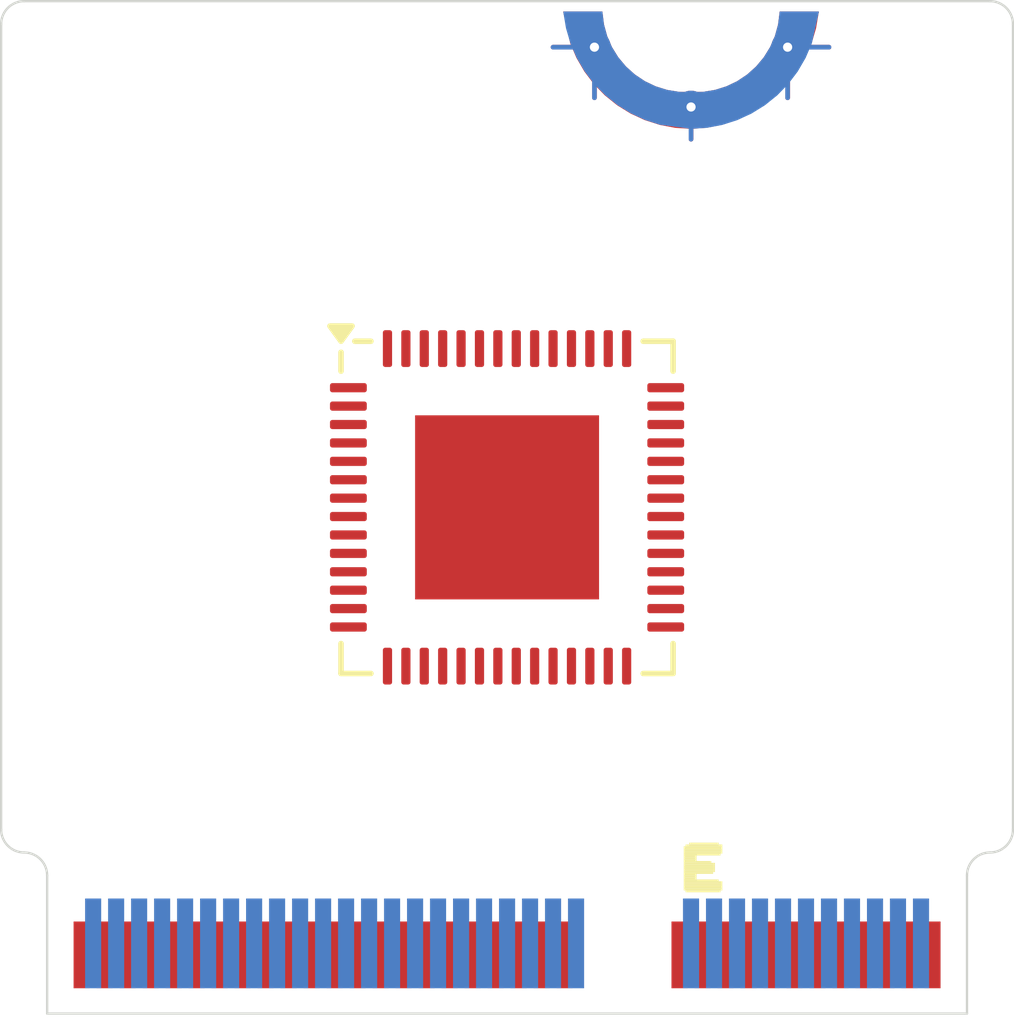
<source format=kicad_pcb>
(kicad_pcb (version 20241229) (generator "pcbnew") (generator_version "9.0")
  (layers (0 "F.Cu" signal) (2 "B.Cu" signal) (13 "F.Paste" user) (15 "B.Paste" user) (5 "F.SilkS" user "F.Silkscreen") (7 "B.SilkS" user "B.Silkscreen") (1 "F.Mask" user) (3 "B.Mask" user) (25 "Edge.Cuts" user))
  (net 0 "")
  (net 13 "/SPC_CS1")
  (net 31 "Net-(U1-VDD3P3-Pad2)")
  (net 33 "Net-(U1-VDDA-Pad55)")
  (net 57 "Net-(J1-GND-Pad1)")
  (net 58 "Net-(J1-3.3V-Pad2)")
  (footprint "SparkFunEagleMicroMod:M.2-CARD-E-22" (layer "F.Cu") (at 100 100)
    (property "Reference" "J1" (hide yes))
    (property "Value" "~" (hide yes))
    (fp_line (start 1.9 -21) (end 1 -21) (stroke (width 0.1016)) (layer "F.Cu"))
    (fp_line (start 1.9 -21) (end 1.9 -19.9) (stroke (width 0.1016)) (layer "F.Cu"))
    (fp_line (start 4 -19.7) (end 4 -19) (stroke (width 0.1016)) (layer "F.Cu"))
    (fp_line (start 6.1 -21) (end 6.1 -19.9) (stroke (width 0.1016)) (layer "F.Cu"))
    (fp_line (start 6.1 -21) (end 7 -21) (stroke (width 0.1016)) (layer "F.Cu"))
    (fp_poly (pts (xy 2.107642 -21.492632) (xy 2.176743 -21.241194) (xy 2.280926 -21.002145) (xy 2.418066 -20.780359) (xy 2.585376 -20.580345) (xy 2.77945 -20.406177) (xy 2.996332 -20.261402) (xy 3.231611 -20.148966) (xy 3.480495 -20.071159) (xy 3.737925 -20.029563) (xy 4 -20.025003) (xy 4.262074 -20.029563) (xy 4.519504 -20.071159) (xy 4.768388 -20.148966) (xy 5.003667 -20.261402) (xy 5.220549 -20.406177) (xy 5.414623 -20.580345) (xy 5.581933 -20.780359) (xy 5.719073 -21.002145) (xy 5.823256 -21.241194) (xy 5.892357 -21.492632) (xy 5.927954 -21.775) (xy 6.779538 -21.775) (xy 6.718444 -21.410412) (xy 6.621636 -21.082764) (xy 6.485904 -20.769232) (xy 6.313241 -20.474422) (xy 6.106185 -20.202664) (xy 5.867774 -19.957948) (xy 5.601511 -19.74387) (xy 5.311308 -19.563573) (xy 5.001425 -19.419705) (xy 4.676414 -19.314379) (xy 4.34105 -19.249143) (xy 4.000089 -19.224943) (xy 3.658288 -19.246756) (xy 3.321866 -19.310165) (xy 2.995719 -19.414226) (xy 2.684741 -19.55738) (xy 2.393597 -19.737478) (xy 2.126654 -19.951819) (xy 1.887917 -20.197187) (xy 1.680969 -20.4699) (xy 1.508913 -20.765869) (xy 1.374028 -21.08136) (xy 1.218786 -21.775) (xy 2.072046 -21.775)) (fill yes) (layer "F.Cu"))
    (fp_line (start 1.9 -21) (end 1 -21) (stroke (width 0.1016)) (layer "B.Cu"))
    (fp_line (start 1.9 -21) (end 1.9 -19.9) (stroke (width 0.1016)) (layer "B.Cu"))
    (fp_line (start 4 -19.7) (end 4 -19) (stroke (width 0.1016)) (layer "B.Cu"))
    (fp_line (start 6.1 -21) (end 6.1 -19.9) (stroke (width 0.1016)) (layer "B.Cu"))
    (fp_line (start 6.1 -21) (end 7 -21) (stroke (width 0.1016)) (layer "B.Cu"))
    (fp_poly (pts (xy 2.107642 -21.492632) (xy 2.176743 -21.241194) (xy 2.280926 -21.002145) (xy 2.418066 -20.780359) (xy 2.585376 -20.580345) (xy 2.77945 -20.406177) (xy 2.996332 -20.261402) (xy 3.231611 -20.148966) (xy 3.480495 -20.071159) (xy 3.737925 -20.029563) (xy 4 -20.025003) (xy 4.262074 -20.029563) (xy 4.519504 -20.071159) (xy 4.768388 -20.148966) (xy 5.003667 -20.261402) (xy 5.220549 -20.406177) (xy 5.414623 -20.580345) (xy 5.581933 -20.780359) (xy 5.719073 -21.002145) (xy 5.823256 -21.241194) (xy 5.892357 -21.492632) (xy 5.927954 -21.775) (xy 6.781214 -21.775) (xy 6.625971 -21.08136) (xy 6.491086 -20.765869) (xy 6.31903 -20.4699) (xy 6.112082 -20.197187) (xy 5.873345 -19.951819) (xy 5.606403 -19.737478) (xy 5.315258 -19.55738) (xy 5.004281 -19.414226) (xy 4.678134 -19.310165) (xy 4.341711 -19.246756) (xy 4.023503 -19.226449) (xy 4.023192 -19.221715) (xy 3.999148 -19.224894) (xy 3.975834 -19.223407) (xy 3.975687 -19.227997) (xy 3.324311 -19.314145) (xy 2.998575 -19.419706) (xy 2.688693 -19.563573) (xy 2.398489 -19.743871) (xy 2.132226 -19.957948) (xy 1.893816 -20.202664) (xy 1.686759 -20.474422) (xy 1.514097 -20.769231) (xy 1.378364 -21.082763) (xy 1.281556 -21.410412) (xy 1.225 -21.747919) (xy 1.225 -21.775) (xy 2.072046 -21.775)) (fill yes) (layer "B.Cu"))
    (fp_poly (pts (xy 3.841 -3.595) (xy 4.681 -3.595) (xy 4.681 -3.635) (xy 3.841 -3.635)) (fill yes) (layer "F.SilkS"))
    (fp_poly (pts (xy 3.841 -3.555) (xy 4.681 -3.555) (xy 4.681 -3.595) (xy 3.841 -3.595)) (fill yes) (layer "F.SilkS"))
    (fp_poly (pts (xy 3.841 -3.515) (xy 4.681 -3.515) (xy 4.681 -3.555) (xy 3.841 -3.555)) (fill yes) (layer "F.SilkS"))
    (fp_poly (pts (xy 3.841 -3.475) (xy 4.681 -3.475) (xy 4.681 -3.515) (xy 3.841 -3.515)) (fill yes) (layer "F.SilkS"))
    (fp_poly (pts (xy 3.841 -3.435) (xy 4.641 -3.435) (xy 4.641 -3.475) (xy 3.841 -3.475)) (fill yes) (layer "F.SilkS"))
    (fp_poly (pts (xy 3.841 -3.395) (xy 4.121 -3.395) (xy 4.121 -3.435) (xy 3.841 -3.435)) (fill yes) (layer "F.SilkS"))
    (fp_poly (pts (xy 3.841 -3.355) (xy 4.121 -3.355) (xy 4.121 -3.395) (xy 3.841 -3.395)) (fill yes) (layer "F.SilkS"))
    (fp_poly (pts (xy 3.841 -3.315) (xy 4.121 -3.315) (xy 4.121 -3.355) (xy 3.841 -3.355)) (fill yes) (layer "F.SilkS"))
    (fp_poly (pts (xy 3.841 -3.275) (xy 4.441 -3.275) (xy 4.441 -3.315) (xy 3.841 -3.315)) (fill yes) (layer "F.SilkS"))
    (fp_poly (pts (xy 3.841 -3.235) (xy 4.521 -3.235) (xy 4.521 -3.275) (xy 3.841 -3.275)) (fill yes) (layer "F.SilkS"))
    (fp_poly (pts (xy 3.841 -3.195) (xy 4.521 -3.195) (xy 4.521 -3.235) (xy 3.841 -3.235)) (fill yes) (layer "F.SilkS"))
    (fp_poly (pts (xy 3.841 -3.155) (xy 4.521 -3.155) (xy 4.521 -3.195) (xy 3.841 -3.195)) (fill yes) (layer "F.SilkS"))
    (fp_poly (pts (xy 3.841 -3.115) (xy 4.521 -3.115) (xy 4.521 -3.155) (xy 3.841 -3.155)) (fill yes) (layer "F.SilkS"))
    (fp_poly (pts (xy 3.841 -3.075) (xy 4.521 -3.075) (xy 4.521 -3.115) (xy 3.841 -3.115)) (fill yes) (layer "F.SilkS"))
    (fp_poly (pts (xy 3.841 -3.035) (xy 4.481 -3.035) (xy 4.481 -3.075) (xy 3.841 -3.075)) (fill yes) (layer "F.SilkS"))
    (fp_poly (pts (xy 3.841 -2.995) (xy 4.121 -2.995) (xy 4.121 -3.035) (xy 3.841 -3.035)) (fill yes) (layer "F.SilkS"))
    (fp_poly (pts (xy 3.841 -2.955) (xy 4.121 -2.955) (xy 4.121 -2.995) (xy 3.841 -2.995)) (fill yes) (layer "F.SilkS"))
    (fp_poly (pts (xy 3.841 -2.915) (xy 4.121 -2.915) (xy 4.121 -2.955) (xy 3.841 -2.955)) (fill yes) (layer "F.SilkS"))
    (fp_poly (pts (xy 3.841 -2.875) (xy 4.601 -2.875) (xy 4.601 -2.915) (xy 3.841 -2.915)) (fill yes) (layer "F.SilkS"))
    (fp_poly (pts (xy 3.841 -2.835) (xy 4.681 -2.835) (xy 4.681 -2.875) (xy 3.841 -2.875)) (fill yes) (layer "F.SilkS"))
    (fp_poly (pts (xy 3.841 -2.795) (xy 4.681 -2.795) (xy 4.681 -2.835) (xy 3.841 -2.835)) (fill yes) (layer "F.SilkS"))
    (fp_poly (pts (xy 3.841 -2.755) (xy 4.681 -2.755) (xy 4.681 -2.795) (xy 3.841 -2.795)) (fill yes) (layer "F.SilkS"))
    (fp_poly (pts (xy 3.841 -2.715) (xy 4.681 -2.715) (xy 4.681 -2.755) (xy 3.841 -2.755)) (fill yes) (layer "F.SilkS"))
    (fp_poly (pts (xy 3.841 -2.675) (xy 4.681 -2.675) (xy 4.681 -2.715) (xy 3.841 -2.715)) (fill yes) (layer "F.SilkS"))
    (fp_poly (pts (xy 3.881 -3.635) (xy 4.681 -3.635) (xy 4.681 -3.675) (xy 3.881 -3.675)) (fill yes) (layer "F.SilkS"))
    (fp_poly (pts (xy 3.881 -2.635) (xy 4.641 -2.635) (xy 4.641 -2.675) (xy 3.881 -2.675)) (fill yes) (layer "F.SilkS"))
    (fp_poly (pts (xy 3.961 -3.675) (xy 4.601 -3.675) (xy 4.601 -3.715) (xy 3.961 -3.715)) (fill yes) (layer "F.SilkS"))
    (fp_text user "Route\nOut" (at 4 -21.3 0) (layer "Edge.Cuts") (effects (font (size 0.276 0.276) (thickness 0.024))))
    (pad "1" smd rect (at 9.25 -1.275 180) (size 0.35 1.45) (layers "F.Cu" "F.Mask") (net 57 "Net-(J1-GND-Pad1)"))
    (pad "2" smd rect (at 9 -1.525) (size 0.35 1.95) (layers "B.Cu" "B.Mask") (net 58 "Net-(J1-3.3V-Pad2)"))
    (pad "3" smd rect (at 8.75 -1.275 180) (size 0.35 1.45) (layers "F.Cu" "F.Mask"))
    (pad "4" smd rect (at 8.5 -1.525) (size 0.35 1.95) (layers "B.Cu" "B.Mask"))
    (pad "5" smd rect (at 8.25 -1.275 180) (size 0.35 1.45) (layers "F.Cu" "F.Mask"))
    (pad "6" smd rect (at 8 -1.525) (size 0.35 1.95) (layers "B.Cu" "B.Mask"))
    (pad "7" smd rect (at 7.75 -1.275 180) (size 0.35 1.45) (layers "F.Cu" "F.Mask") (net 57 "Net-(J1-GND-Pad1)"))
    (pad "8" smd rect (at 7.5 -1.525) (size 0.35 1.95) (layers "B.Cu" "B.Mask"))
    (pad "9" smd rect (at 7.25 -1.275 180) (size 0.35 1.45) (layers "F.Cu" "F.Mask"))
    (pad "10" smd rect (at 7 -1.525) (size 0.35 1.95) (layers "B.Cu" "B.Mask"))
    (pad "11" smd rect (at 6.75 -1.275 180) (size 0.35 1.45) (layers "F.Cu" "F.Mask"))
    (pad "12" smd rect (at 6.5 -1.525) (size 0.35 1.95) (layers "B.Cu" "B.Mask"))
    (pad "13" smd rect (at 6.25 -1.275 180) (size 0.35 1.45) (layers "F.Cu" "F.Mask"))
    (pad "14" smd rect (at 6 -1.525) (size 0.35 1.95) (layers "B.Cu" "B.Mask"))
    (pad "15" smd rect (at 5.75 -1.275 180) (size 0.35 1.45) (layers "F.Cu" "F.Mask"))
    (pad "16" smd rect (at 5.5 -1.525) (size 0.35 1.95) (layers "B.Cu" "B.Mask"))
    (pad "17" smd rect (at 5.25 -1.275 180) (size 0.35 1.45) (layers "F.Cu" "F.Mask"))
    (pad "18" smd rect (at 5 -1.525) (size 0.35 1.95) (layers "B.Cu" "B.Mask"))
    (pad "19" smd rect (at 4.75 -1.275 180) (size 0.35 1.45) (layers "F.Cu" "F.Mask"))
    (pad "20" smd rect (at 4.5 -1.525) (size 0.35 1.95) (layers "B.Cu" "B.Mask"))
    (pad "21" smd rect (at 4.25 -1.275 180) (size 0.35 1.45) (layers "F.Cu" "F.Mask"))
    (pad "22" smd rect (at 4 -1.525) (size 0.35 1.95) (layers "B.Cu" "B.Mask"))
    (pad "23" smd rect (at 3.75 -1.275 180) (size 0.35 1.45) (layers "F.Cu" "F.Mask"))
    (pad "32" smd rect (at 1.5 -1.525) (size 0.35 1.95) (layers "B.Cu" "B.Mask"))
    (pad "33" smd rect (at 1.25 -1.275 180) (size 0.35 1.45) (layers "F.Cu" "F.Mask") (net 57 "Net-(J1-GND-Pad1)"))
    (pad "34" smd rect (at 1 -1.525) (size 0.35 1.95) (layers "B.Cu" "B.Mask"))
    (pad "35" smd rect (at 0.75 -1.275 180) (size 0.35 1.45) (layers "F.Cu" "F.Mask"))
    (pad "36" smd rect (at 0.5 -1.525) (size 0.35 1.95) (layers "B.Cu" "B.Mask") (net 57 "Net-(J1-GND-Pad1)"))
    (pad "37" smd rect (at 0.25 -1.275 180) (size 0.35 1.45) (layers "F.Cu" "F.Mask"))
    (pad "38" smd rect (at 0 -1.525) (size 0.35 1.95) (layers "B.Cu" "B.Mask"))
    (pad "39" smd rect (at -0.25 -1.275 180) (size 0.35 1.45) (layers "F.Cu" "F.Mask") (net 57 "Net-(J1-GND-Pad1)"))
    (pad "40" smd rect (at -0.5 -1.525) (size 0.35 1.95) (layers "B.Cu" "B.Mask"))
    (pad "41" smd rect (at -0.75 -1.275 180) (size 0.35 1.45) (layers "F.Cu" "F.Mask"))
    (pad "42" smd rect (at -1 -1.525) (size 0.35 1.95) (layers "B.Cu" "B.Mask"))
    (pad "43" smd rect (at -1.25 -1.275 180) (size 0.35 1.45) (layers "F.Cu" "F.Mask"))
    (pad "44" smd rect (at -1.5 -1.525) (size 0.35 1.95) (layers "B.Cu" "B.Mask"))
    (pad "45" smd rect (at -1.75 -1.275 180) (size 0.35 1.45) (layers "F.Cu" "F.Mask") (net 57 "Net-(J1-GND-Pad1)"))
    (pad "46" smd rect (at -2 -1.525) (size 0.35 1.95) (layers "B.Cu" "B.Mask"))
    (pad "47" smd rect (at -2.25 -1.275 180) (size 0.35 1.45) (layers "F.Cu" "F.Mask"))
    (pad "48" smd rect (at -2.5 -1.525) (size 0.35 1.95) (layers "B.Cu" "B.Mask"))
    (pad "49" smd rect (at -2.75 -1.275 180) (size 0.35 1.45) (layers "F.Cu" "F.Mask"))
    (pad "50" smd rect (at -3 -1.525) (size 0.35 1.95) (layers "B.Cu" "B.Mask"))
    (pad "51" smd rect (at -3.25 -1.275 180) (size 0.35 1.45) (layers "F.Cu" "F.Mask"))
    (pad "52" smd rect (at -3.5 -1.525) (size 0.35 1.95) (layers "B.Cu" "B.Mask"))
    (pad "53" smd rect (at -3.75 -1.275 180) (size 0.35 1.45) (layers "F.Cu" "F.Mask"))
    (pad "54" smd rect (at -4 -1.525) (size 0.35 1.95) (layers "B.Cu" "B.Mask"))
    (pad "55" smd rect (at -4.25 -1.275 180) (size 0.35 1.45) (layers "F.Cu" "F.Mask"))
    (pad "56" smd rect (at -4.5 -1.525) (size 0.35 1.95) (layers "B.Cu" "B.Mask"))
    (pad "57" smd rect (at -4.75 -1.275 180) (size 0.35 1.45) (layers "F.Cu" "F.Mask"))
    (pad "58" smd rect (at -5 -1.525) (size 0.35 1.95) (layers "B.Cu" "B.Mask"))
    (pad "59" smd rect (at -5.25 -1.275 180) (size 0.35 1.45) (layers "F.Cu" "F.Mask"))
    (pad "60" smd rect (at -5.5 -1.525) (size 0.35 1.95) (layers "B.Cu" "B.Mask"))
    (pad "61" smd rect (at -5.75 -1.275 180) (size 0.35 1.45) (layers "F.Cu" "F.Mask"))
    (pad "62" smd rect (at -6 -1.525) (size 0.35 1.95) (layers "B.Cu" "B.Mask"))
    (pad "63" smd rect (at -6.25 -1.275 180) (size 0.35 1.45) (layers "F.Cu" "F.Mask"))
    (pad "64" smd rect (at -6.5 -1.525) (size 0.35 1.95) (layers "B.Cu" "B.Mask"))
    (pad "65" smd rect (at -6.75 -1.275 180) (size 0.35 1.45) (layers "F.Cu" "F.Mask"))
    (pad "66" smd rect (at -7 -1.525) (size 0.35 1.95) (layers "B.Cu" "B.Mask"))
    (pad "67" smd rect (at -7.25 -1.275 180) (size 0.35 1.45) (layers "F.Cu" "F.Mask"))
    (pad "68" smd rect (at -7.5 -1.525) (size 0.35 1.95) (layers "B.Cu" "B.Mask"))
    (pad "69" smd rect (at -7.75 -1.275 180) (size 0.35 1.45) (layers "F.Cu" "F.Mask"))
    (pad "70" smd rect (at -8 -1.525) (size 0.35 1.95) (layers "B.Cu" "B.Mask"))
    (pad "71" smd rect (at -8.25 -1.275 180) (size 0.35 1.45) (layers "F.Cu" "F.Mask"))
    (pad "72" smd rect (at -8.5 -1.525) (size 0.35 1.95) (layers "B.Cu" "B.Mask"))
    (pad "73" smd rect (at -8.75 -1.275 180) (size 0.35 1.45) (layers "F.Cu" "F.Mask"))
    (pad "74" smd rect (at -9 -1.525) (size 0.35 1.95) (layers "B.Cu" "B.Mask") (net 58 "Net-(J1-3.3V-Pad2)"))
    (pad "75" smd rect (at -9.25 -1.275 180) (size 0.35 1.45) (layers "F.Cu" "F.Mask") (net 57 "Net-(J1-GND-Pad1)"))
    (pad "GND1" thru_hole circle (at 1.9 -21) (size 0.708 0.708) (drill 0.2) (layers "*.Cu" "*.Mask") (net 57 "Net-(J1-GND-Pad1)"))
    (pad "GND2" thru_hole circle (at 4 -19.7) (size 0.708 0.708) (drill 0.2) (layers "*.Cu" "*.Mask") (net 57 "Net-(J1-GND-Pad1)"))
    (pad "GND3" thru_hole circle (at 6.1 -21) (size 0.708 0.708) (drill 0.2) (layers "*.Cu" "*.Mask") (net 57 "Net-(J1-GND-Pad1)"))
  )
  (footprint "Package_DFN_QFN:QFN-56-1EP_7x7mm_P0.4mm_EP4x4mm" (layer "F.Cu") (at 100 89)
    (property "Reference" "U1" (hide yes))
    (property "Value" "ESP32-S3")
    (fp_line (start -3.61 -2.96) (end -3.61 -3.37) (stroke (width 0.12)) (layer "F.SilkS"))
    (fp_line (start -3.61 3.61) (end -3.61 2.96) (stroke (width 0.12)) (layer "F.SilkS"))
    (fp_line (start -2.96 -3.61) (end -3.31 -3.61) (stroke (width 0.12)) (layer "F.SilkS"))
    (fp_line (start -2.96 3.61) (end -3.61 3.61) (stroke (width 0.12)) (layer "F.SilkS"))
    (fp_line (start 2.96 -3.61) (end 3.61 -3.61) (stroke (width 0.12)) (layer "F.SilkS"))
    (fp_line (start 2.96 3.61) (end 3.61 3.61) (stroke (width 0.12)) (layer "F.SilkS"))
    (fp_line (start 3.61 -3.61) (end 3.61 -2.96) (stroke (width 0.12)) (layer "F.SilkS"))
    (fp_line (start 3.61 3.61) (end 3.61 2.96) (stroke (width 0.12)) (layer "F.SilkS"))
    (fp_poly (pts (xy -3.61 -3.61) (xy -3.85 -3.94) (xy -3.37 -3.94)) (stroke (width 0.12)) (fill yes) (layer "F.SilkS"))
    (pad "1" smd roundrect (at -3.45 -2.6) (size 0.8 0.2) (layers "F.Cu" "F.Mask" "F.Paste"))
    (pad "2" smd roundrect (at -3.45 -2.2) (size 0.8 0.2) (layers "F.Cu" "F.Mask" "F.Paste") (net 31 "Net-(U1-VDD3P3-Pad2)"))
    (pad "3" smd roundrect (at -3.45 -1.8) (size 0.8 0.2) (layers "F.Cu" "F.Mask" "F.Paste") (net 31 "Net-(U1-VDD3P3-Pad2)"))
    (pad "4" smd roundrect (at -3.45 -1.4) (size 0.8 0.2) (layers "F.Cu" "F.Mask" "F.Paste"))
    (pad "5" smd roundrect (at -3.45 -1) (size 0.8 0.2) (layers "F.Cu" "F.Mask" "F.Paste"))
    (pad "6" smd roundrect (at -3.45 -0.6) (size 0.8 0.2) (layers "F.Cu" "F.Mask" "F.Paste"))
    (pad "7" smd roundrect (at -3.45 -0.2) (size 0.8 0.2) (layers "F.Cu" "F.Mask" "F.Paste"))
    (pad "8" smd roundrect (at -3.45 0.2) (size 0.8 0.2) (layers "F.Cu" "F.Mask" "F.Paste"))
    (pad "9" smd roundrect (at -3.45 0.6) (size 0.8 0.2) (layers "F.Cu" "F.Mask" "F.Paste"))
    (pad "10" smd roundrect (at -3.45 1) (size 0.8 0.2) (layers "F.Cu" "F.Mask" "F.Paste"))
    (pad "11" smd roundrect (at -3.45 1.4) (size 0.8 0.2) (layers "F.Cu" "F.Mask" "F.Paste"))
    (pad "12" smd roundrect (at -3.45 1.8) (size 0.8 0.2) (layers "F.Cu" "F.Mask" "F.Paste"))
    (pad "13" smd roundrect (at -3.45 2.2) (size 0.8 0.2) (layers "F.Cu" "F.Mask" "F.Paste"))
    (pad "14" smd roundrect (at -3.45 2.6) (size 0.8 0.2) (layers "F.Cu" "F.Mask" "F.Paste"))
    (pad "15" smd roundrect (at -2.6 3.45) (size 0.2 0.8) (layers "F.Cu" "F.Mask" "F.Paste"))
    (pad "16" smd roundrect (at -2.2 3.45) (size 0.2 0.8) (layers "F.Cu" "F.Mask" "F.Paste"))
    (pad "17" smd roundrect (at -1.8 3.45) (size 0.2 0.8) (layers "F.Cu" "F.Mask" "F.Paste"))
    (pad "18" smd roundrect (at -1.4 3.45) (size 0.2 0.8) (layers "F.Cu" "F.Mask" "F.Paste"))
    (pad "19" smd roundrect (at -1 3.45) (size 0.2 0.8) (layers "F.Cu" "F.Mask" "F.Paste"))
    (pad "20" smd roundrect (at -0.6 3.45) (size 0.2 0.8) (layers "F.Cu" "F.Mask" "F.Paste"))
    (pad "21" smd roundrect (at -0.2 3.45) (size 0.2 0.8) (layers "F.Cu" "F.Mask" "F.Paste"))
    (pad "22" smd roundrect (at 0.2 3.45) (size 0.2 0.8) (layers "F.Cu" "F.Mask" "F.Paste"))
    (pad "23" smd roundrect (at 0.6 3.45) (size 0.2 0.8) (layers "F.Cu" "F.Mask" "F.Paste"))
    (pad "24" smd roundrect (at 1 3.45) (size 0.2 0.8) (layers "F.Cu" "F.Mask" "F.Paste"))
    (pad "25" smd roundrect (at 1.4 3.45) (size 0.2 0.8) (layers "F.Cu" "F.Mask" "F.Paste"))
    (pad "26" smd roundrect (at 1.8 3.45) (size 0.2 0.8) (layers "F.Cu" "F.Mask" "F.Paste"))
    (pad "27" smd roundrect (at 2.2 3.45) (size 0.2 0.8) (layers "F.Cu" "F.Mask" "F.Paste"))
    (pad "28" smd roundrect (at 2.6 3.45) (size 0.2 0.8) (layers "F.Cu" "F.Mask" "F.Paste") (net 13 "/SPC_CS1"))
    (pad "29" smd roundrect (at 3.45 2.6) (size 0.8 0.2) (layers "F.Cu" "F.Mask" "F.Paste"))
    (pad "30" smd roundrect (at 3.45 2.2) (size 0.8 0.2) (layers "F.Cu" "F.Mask" "F.Paste"))
    (pad "31" smd roundrect (at 3.45 1.8) (size 0.8 0.2) (layers "F.Cu" "F.Mask" "F.Paste"))
    (pad "32" smd roundrect (at 3.45 1.4) (size 0.8 0.2) (layers "F.Cu" "F.Mask" "F.Paste"))
    (pad "33" smd roundrect (at 3.45 1) (size 0.8 0.2) (layers "F.Cu" "F.Mask" "F.Paste"))
    (pad "34" smd roundrect (at 3.45 0.6) (size 0.8 0.2) (layers "F.Cu" "F.Mask" "F.Paste"))
    (pad "35" smd roundrect (at 3.45 0.2) (size 0.8 0.2) (layers "F.Cu" "F.Mask" "F.Paste"))
    (pad "36" smd roundrect (at 3.45 -0.2) (size 0.8 0.2) (layers "F.Cu" "F.Mask" "F.Paste"))
    (pad "37" smd roundrect (at 3.45 -0.6) (size 0.8 0.2) (layers "F.Cu" "F.Mask" "F.Paste"))
    (pad "38" smd roundrect (at 3.45 -1) (size 0.8 0.2) (layers "F.Cu" "F.Mask" "F.Paste"))
    (pad "39" smd roundrect (at 3.45 -1.4) (size 0.8 0.2) (layers "F.Cu" "F.Mask" "F.Paste"))
    (pad "40" smd roundrect (at 3.45 -1.8) (size 0.8 0.2) (layers "F.Cu" "F.Mask" "F.Paste"))
    (pad "41" smd roundrect (at 3.45 -2.2) (size 0.8 0.2) (layers "F.Cu" "F.Mask" "F.Paste"))
    (pad "42" smd roundrect (at 3.45 -2.6) (size 0.8 0.2) (layers "F.Cu" "F.Mask" "F.Paste"))
    (pad "43" smd roundrect (at 2.6 -3.45) (size 0.2 0.8) (layers "F.Cu" "F.Mask" "F.Paste"))
    (pad "44" smd roundrect (at 2.2 -3.45) (size 0.2 0.8) (layers "F.Cu" "F.Mask" "F.Paste"))
    (pad "45" smd roundrect (at 1.8 -3.45) (size 0.2 0.8) (layers "F.Cu" "F.Mask" "F.Paste"))
    (pad "46" smd roundrect (at 1.4 -3.45) (size 0.2 0.8) (layers "F.Cu" "F.Mask" "F.Paste"))
    (pad "47" smd roundrect (at 1 -3.45) (size 0.2 0.8) (layers "F.Cu" "F.Mask" "F.Paste"))
    (pad "48" smd roundrect (at 0.6 -3.45) (size 0.2 0.8) (layers "F.Cu" "F.Mask" "F.Paste"))
    (pad "49" smd roundrect (at 0.2 -3.45) (size 0.2 0.8) (layers "F.Cu" "F.Mask" "F.Paste"))
    (pad "50" smd roundrect (at -0.2 -3.45) (size 0.2 0.8) (layers "F.Cu" "F.Mask" "F.Paste"))
    (pad "51" smd roundrect (at -0.6 -3.45) (size 0.2 0.8) (layers "F.Cu" "F.Mask" "F.Paste"))
    (pad "52" smd roundrect (at -1 -3.45) (size 0.2 0.8) (layers "F.Cu" "F.Mask" "F.Paste"))
    (pad "53" smd roundrect (at -1.4 -3.45) (size 0.2 0.8) (layers "F.Cu" "F.Mask" "F.Paste"))
    (pad "54" smd roundrect (at -1.8 -3.45) (size 0.2 0.8) (layers "F.Cu" "F.Mask" "F.Paste"))
    (pad "55" smd roundrect (at -2.2 -3.45) (size 0.2 0.8) (layers "F.Cu" "F.Mask" "F.Paste") (net 33 "Net-(U1-VDDA-Pad55)"))
    (pad "56" smd roundrect (at -2.6 -3.45) (size 0.2 0.8) (layers "F.Cu" "F.Mask" "F.Paste") (net 33 "Net-(U1-VDDA-Pad55)"))
    (pad "57" smd rect (at 0 0) (size 4 4) (property pad_prop_heatsink) (layers "F.Cu" "F.Mask"))
  )
  (gr_line (start 90 100) (end 110 100) (stroke (width 0.05)) (layer "Edge.Cuts"))
  (gr_arc (start 89.5 96.5) (mid 89.853553 96.646447) (end 90 97) (stroke (width 0.05)) (layer "Edge.Cuts"))
  (gr_arc (start 110.5 78) (mid 110.853553 78.146447) (end 111 78.5) (stroke (width 0.05)) (layer "Edge.Cuts"))
  (gr_line (start 111 78.5) (end 111 96) (stroke (width 0.05)) (layer "Edge.Cuts"))
  (gr_line (start 90 100) (end 90 97) (stroke (width 0.05)) (layer "Edge.Cuts"))
  (gr_arc (start 89.5 96.5) (mid 89.146447 96.353553) (end 89 96) (stroke (width 0.05)) (layer "Edge.Cuts"))
  (gr_line (start 89.5 78) (end 110.5 78) (stroke (width 0.05)) (layer "Edge.Cuts"))
  (gr_line (start 110 97) (end 110 100) (stroke (width 0.05)) (layer "Edge.Cuts"))
  (gr_line (start 89 78.5) (end 89 96) (stroke (width 0.05)) (layer "Edge.Cuts"))
  (gr_arc (start 111 96) (mid 110.853553 96.353553) (end 110.5 96.5) (stroke (width 0.05)) (layer "Edge.Cuts"))
  (gr_arc (start 110 97) (mid 110.146447 96.646447) (end 110.5 96.5) (stroke (width 0.05)) (layer "Edge.Cuts"))
  (gr_arc (start 89 78.5) (mid 89.146447 78.146447) (end 89.5 78) (stroke (width 0.05)) (layer "Edge.Cuts"))
)
</source>
